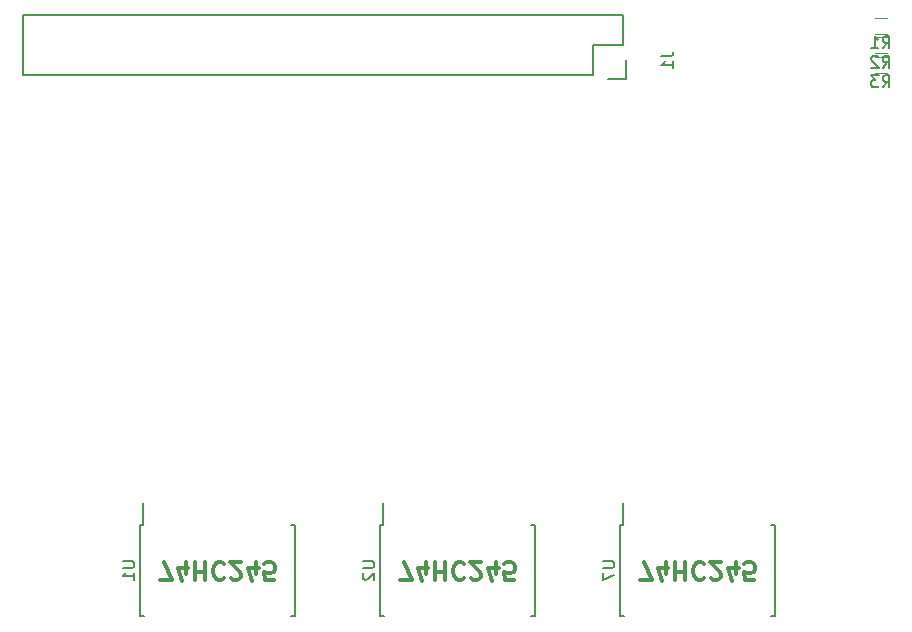
<source format=gbr>
G04 #@! TF.FileFunction,Legend,Bot*
%FSLAX46Y46*%
G04 Gerber Fmt 4.6, Leading zero omitted, Abs format (unit mm)*
G04 Created by KiCad (PCBNEW 4.0.7) date 03/23/18 01:44:06*
%MOMM*%
%LPD*%
G01*
G04 APERTURE LIST*
%ADD10C,0.100000*%
%ADD11C,0.300000*%
%ADD12C,0.150000*%
%ADD13C,0.120000*%
G04 APERTURE END LIST*
D10*
D11*
X118297144Y-118931429D02*
X119297144Y-118931429D01*
X118654287Y-117431429D01*
X120511429Y-118431429D02*
X120511429Y-117431429D01*
X120154286Y-119002857D02*
X119797143Y-117931429D01*
X120725715Y-117931429D01*
X121297143Y-117431429D02*
X121297143Y-118931429D01*
X121297143Y-118217143D02*
X122154286Y-118217143D01*
X122154286Y-117431429D02*
X122154286Y-118931429D01*
X123725715Y-117574286D02*
X123654286Y-117502857D01*
X123440000Y-117431429D01*
X123297143Y-117431429D01*
X123082858Y-117502857D01*
X122940000Y-117645714D01*
X122868572Y-117788571D01*
X122797143Y-118074286D01*
X122797143Y-118288571D01*
X122868572Y-118574286D01*
X122940000Y-118717143D01*
X123082858Y-118860000D01*
X123297143Y-118931429D01*
X123440000Y-118931429D01*
X123654286Y-118860000D01*
X123725715Y-118788571D01*
X124297143Y-118788571D02*
X124368572Y-118860000D01*
X124511429Y-118931429D01*
X124868572Y-118931429D01*
X125011429Y-118860000D01*
X125082858Y-118788571D01*
X125154286Y-118645714D01*
X125154286Y-118502857D01*
X125082858Y-118288571D01*
X124225715Y-117431429D01*
X125154286Y-117431429D01*
X126440000Y-118431429D02*
X126440000Y-117431429D01*
X126082857Y-119002857D02*
X125725714Y-117931429D01*
X126654286Y-117931429D01*
X127940000Y-118931429D02*
X127225714Y-118931429D01*
X127154285Y-118217143D01*
X127225714Y-118288571D01*
X127368571Y-118360000D01*
X127725714Y-118360000D01*
X127868571Y-118288571D01*
X127940000Y-118217143D01*
X128011428Y-118074286D01*
X128011428Y-117717143D01*
X127940000Y-117574286D01*
X127868571Y-117502857D01*
X127725714Y-117431429D01*
X127368571Y-117431429D01*
X127225714Y-117502857D01*
X127154285Y-117574286D01*
X138617144Y-118931429D02*
X139617144Y-118931429D01*
X138974287Y-117431429D01*
X140831429Y-118431429D02*
X140831429Y-117431429D01*
X140474286Y-119002857D02*
X140117143Y-117931429D01*
X141045715Y-117931429D01*
X141617143Y-117431429D02*
X141617143Y-118931429D01*
X141617143Y-118217143D02*
X142474286Y-118217143D01*
X142474286Y-117431429D02*
X142474286Y-118931429D01*
X144045715Y-117574286D02*
X143974286Y-117502857D01*
X143760000Y-117431429D01*
X143617143Y-117431429D01*
X143402858Y-117502857D01*
X143260000Y-117645714D01*
X143188572Y-117788571D01*
X143117143Y-118074286D01*
X143117143Y-118288571D01*
X143188572Y-118574286D01*
X143260000Y-118717143D01*
X143402858Y-118860000D01*
X143617143Y-118931429D01*
X143760000Y-118931429D01*
X143974286Y-118860000D01*
X144045715Y-118788571D01*
X144617143Y-118788571D02*
X144688572Y-118860000D01*
X144831429Y-118931429D01*
X145188572Y-118931429D01*
X145331429Y-118860000D01*
X145402858Y-118788571D01*
X145474286Y-118645714D01*
X145474286Y-118502857D01*
X145402858Y-118288571D01*
X144545715Y-117431429D01*
X145474286Y-117431429D01*
X146760000Y-118431429D02*
X146760000Y-117431429D01*
X146402857Y-119002857D02*
X146045714Y-117931429D01*
X146974286Y-117931429D01*
X148260000Y-118931429D02*
X147545714Y-118931429D01*
X147474285Y-118217143D01*
X147545714Y-118288571D01*
X147688571Y-118360000D01*
X148045714Y-118360000D01*
X148188571Y-118288571D01*
X148260000Y-118217143D01*
X148331428Y-118074286D01*
X148331428Y-117717143D01*
X148260000Y-117574286D01*
X148188571Y-117502857D01*
X148045714Y-117431429D01*
X147688571Y-117431429D01*
X147545714Y-117502857D01*
X147474285Y-117574286D01*
X158937144Y-118931429D02*
X159937144Y-118931429D01*
X159294287Y-117431429D01*
X161151429Y-118431429D02*
X161151429Y-117431429D01*
X160794286Y-119002857D02*
X160437143Y-117931429D01*
X161365715Y-117931429D01*
X161937143Y-117431429D02*
X161937143Y-118931429D01*
X161937143Y-118217143D02*
X162794286Y-118217143D01*
X162794286Y-117431429D02*
X162794286Y-118931429D01*
X164365715Y-117574286D02*
X164294286Y-117502857D01*
X164080000Y-117431429D01*
X163937143Y-117431429D01*
X163722858Y-117502857D01*
X163580000Y-117645714D01*
X163508572Y-117788571D01*
X163437143Y-118074286D01*
X163437143Y-118288571D01*
X163508572Y-118574286D01*
X163580000Y-118717143D01*
X163722858Y-118860000D01*
X163937143Y-118931429D01*
X164080000Y-118931429D01*
X164294286Y-118860000D01*
X164365715Y-118788571D01*
X164937143Y-118788571D02*
X165008572Y-118860000D01*
X165151429Y-118931429D01*
X165508572Y-118931429D01*
X165651429Y-118860000D01*
X165722858Y-118788571D01*
X165794286Y-118645714D01*
X165794286Y-118502857D01*
X165722858Y-118288571D01*
X164865715Y-117431429D01*
X165794286Y-117431429D01*
X167080000Y-118431429D02*
X167080000Y-117431429D01*
X166722857Y-119002857D02*
X166365714Y-117931429D01*
X167294286Y-117931429D01*
X168580000Y-118931429D02*
X167865714Y-118931429D01*
X167794285Y-118217143D01*
X167865714Y-118288571D01*
X168008571Y-118360000D01*
X168365714Y-118360000D01*
X168508571Y-118288571D01*
X168580000Y-118217143D01*
X168651428Y-118074286D01*
X168651428Y-117717143D01*
X168580000Y-117574286D01*
X168508571Y-117502857D01*
X168365714Y-117431429D01*
X168008571Y-117431429D01*
X167865714Y-117502857D01*
X167794285Y-117574286D01*
D12*
X106680000Y-71120000D02*
X157480000Y-71120000D01*
X154940000Y-76200000D02*
X106680000Y-76200000D01*
X106680000Y-71120000D02*
X106680000Y-76200000D01*
X157480000Y-71120000D02*
X157480000Y-73660000D01*
X157760000Y-74930000D02*
X157760000Y-76480000D01*
X157480000Y-73660000D02*
X154940000Y-73660000D01*
X154940000Y-73660000D02*
X154940000Y-76200000D01*
X157760000Y-76480000D02*
X156210000Y-76480000D01*
X116615000Y-114235000D02*
X116865000Y-114235000D01*
X116615000Y-121985000D02*
X116950000Y-121985000D01*
X129765000Y-121985000D02*
X129430000Y-121985000D01*
X129765000Y-114235000D02*
X129430000Y-114235000D01*
X116615000Y-114235000D02*
X116615000Y-121985000D01*
X129765000Y-114235000D02*
X129765000Y-121985000D01*
X116865000Y-114235000D02*
X116865000Y-112435000D01*
X136935000Y-114235000D02*
X137185000Y-114235000D01*
X136935000Y-121985000D02*
X137270000Y-121985000D01*
X150085000Y-121985000D02*
X149750000Y-121985000D01*
X150085000Y-114235000D02*
X149750000Y-114235000D01*
X136935000Y-114235000D02*
X136935000Y-121985000D01*
X150085000Y-114235000D02*
X150085000Y-121985000D01*
X137185000Y-114235000D02*
X137185000Y-112435000D01*
X157255000Y-114235000D02*
X157505000Y-114235000D01*
X157255000Y-121985000D02*
X157590000Y-121985000D01*
X170405000Y-121985000D02*
X170070000Y-121985000D01*
X170405000Y-114235000D02*
X170070000Y-114235000D01*
X157255000Y-114235000D02*
X157255000Y-121985000D01*
X170405000Y-114235000D02*
X170405000Y-121985000D01*
X157505000Y-114235000D02*
X157505000Y-112435000D01*
D13*
X179824000Y-71329000D02*
X178824000Y-71329000D01*
X178824000Y-72689000D02*
X179824000Y-72689000D01*
X179824000Y-72980000D02*
X178824000Y-72980000D01*
X178824000Y-74340000D02*
X179824000Y-74340000D01*
X179824000Y-74631000D02*
X178824000Y-74631000D01*
X178824000Y-75991000D02*
X179824000Y-75991000D01*
D12*
X160762381Y-74596667D02*
X161476667Y-74596667D01*
X161619524Y-74549047D01*
X161714762Y-74453809D01*
X161762381Y-74310952D01*
X161762381Y-74215714D01*
X161762381Y-75596667D02*
X161762381Y-75025238D01*
X161762381Y-75310952D02*
X160762381Y-75310952D01*
X160905238Y-75215714D01*
X161000476Y-75120476D01*
X161048095Y-75025238D01*
X115142381Y-117348095D02*
X115951905Y-117348095D01*
X116047143Y-117395714D01*
X116094762Y-117443333D01*
X116142381Y-117538571D01*
X116142381Y-117729048D01*
X116094762Y-117824286D01*
X116047143Y-117871905D01*
X115951905Y-117919524D01*
X115142381Y-117919524D01*
X116142381Y-118919524D02*
X116142381Y-118348095D01*
X116142381Y-118633809D02*
X115142381Y-118633809D01*
X115285238Y-118538571D01*
X115380476Y-118443333D01*
X115428095Y-118348095D01*
X135462381Y-117348095D02*
X136271905Y-117348095D01*
X136367143Y-117395714D01*
X136414762Y-117443333D01*
X136462381Y-117538571D01*
X136462381Y-117729048D01*
X136414762Y-117824286D01*
X136367143Y-117871905D01*
X136271905Y-117919524D01*
X135462381Y-117919524D01*
X135557619Y-118348095D02*
X135510000Y-118395714D01*
X135462381Y-118490952D01*
X135462381Y-118729048D01*
X135510000Y-118824286D01*
X135557619Y-118871905D01*
X135652857Y-118919524D01*
X135748095Y-118919524D01*
X135890952Y-118871905D01*
X136462381Y-118300476D01*
X136462381Y-118919524D01*
X155782381Y-117348095D02*
X156591905Y-117348095D01*
X156687143Y-117395714D01*
X156734762Y-117443333D01*
X156782381Y-117538571D01*
X156782381Y-117729048D01*
X156734762Y-117824286D01*
X156687143Y-117871905D01*
X156591905Y-117919524D01*
X155782381Y-117919524D01*
X155782381Y-118300476D02*
X155782381Y-118967143D01*
X156782381Y-118538571D01*
X179490666Y-73911381D02*
X179824000Y-73435190D01*
X180062095Y-73911381D02*
X180062095Y-72911381D01*
X179681142Y-72911381D01*
X179585904Y-72959000D01*
X179538285Y-73006619D01*
X179490666Y-73101857D01*
X179490666Y-73244714D01*
X179538285Y-73339952D01*
X179585904Y-73387571D01*
X179681142Y-73435190D01*
X180062095Y-73435190D01*
X178538285Y-73911381D02*
X179109714Y-73911381D01*
X178824000Y-73911381D02*
X178824000Y-72911381D01*
X178919238Y-73054238D01*
X179014476Y-73149476D01*
X179109714Y-73197095D01*
X179490666Y-75562381D02*
X179824000Y-75086190D01*
X180062095Y-75562381D02*
X180062095Y-74562381D01*
X179681142Y-74562381D01*
X179585904Y-74610000D01*
X179538285Y-74657619D01*
X179490666Y-74752857D01*
X179490666Y-74895714D01*
X179538285Y-74990952D01*
X179585904Y-75038571D01*
X179681142Y-75086190D01*
X180062095Y-75086190D01*
X179109714Y-74657619D02*
X179062095Y-74610000D01*
X178966857Y-74562381D01*
X178728761Y-74562381D01*
X178633523Y-74610000D01*
X178585904Y-74657619D01*
X178538285Y-74752857D01*
X178538285Y-74848095D01*
X178585904Y-74990952D01*
X179157333Y-75562381D01*
X178538285Y-75562381D01*
X179490666Y-77213381D02*
X179824000Y-76737190D01*
X180062095Y-77213381D02*
X180062095Y-76213381D01*
X179681142Y-76213381D01*
X179585904Y-76261000D01*
X179538285Y-76308619D01*
X179490666Y-76403857D01*
X179490666Y-76546714D01*
X179538285Y-76641952D01*
X179585904Y-76689571D01*
X179681142Y-76737190D01*
X180062095Y-76737190D01*
X179157333Y-76213381D02*
X178538285Y-76213381D01*
X178871619Y-76594333D01*
X178728761Y-76594333D01*
X178633523Y-76641952D01*
X178585904Y-76689571D01*
X178538285Y-76784810D01*
X178538285Y-77022905D01*
X178585904Y-77118143D01*
X178633523Y-77165762D01*
X178728761Y-77213381D01*
X179014476Y-77213381D01*
X179109714Y-77165762D01*
X179157333Y-77118143D01*
M02*

</source>
